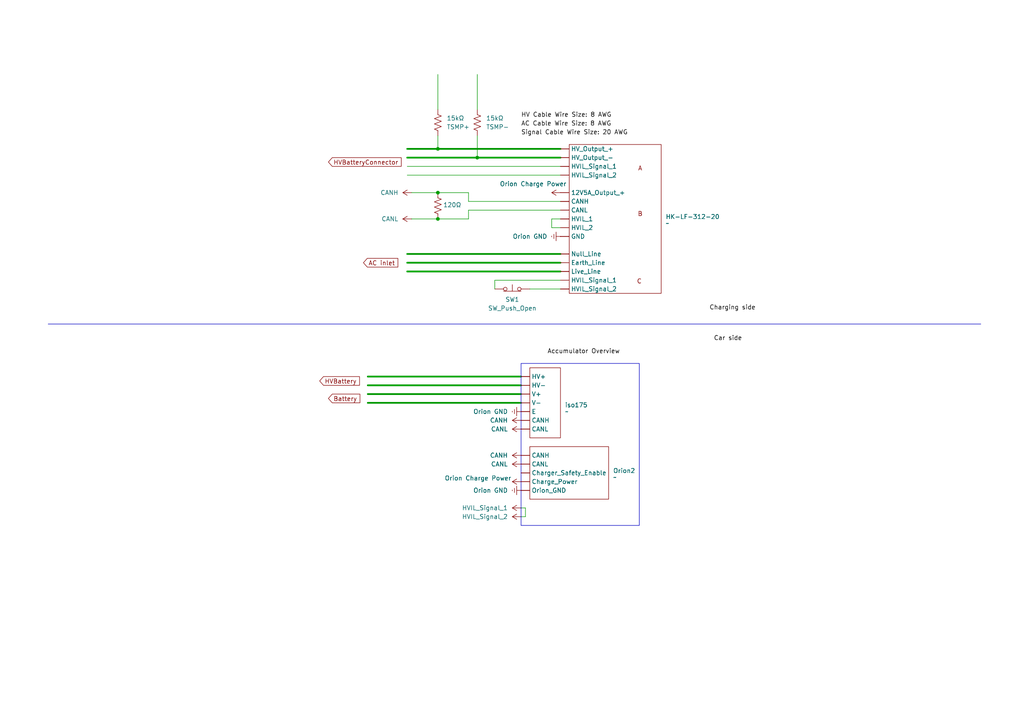
<source format=kicad_sch>
(kicad_sch (version 20231120) (generator "eeschema") (generator_version "8.0")
  (paper "A4")
  (lib_symbols
    (symbol "Charging Tractive System:HK-LF-540-12"
      (property "Reference" "HK-LF-540-12" (at 7.874 2.54 0))
      (symbol "HK-LF-540-12_0_1"
        (rectangle (start 0 0) (end 26.67 -43.18))
      )
      (symbol "HK-LF-540-12_1_1"
        (text "A\n" (at 20.574 -6.858 0) (effects (font (size 1.27 1.27))))
        (text "B" (at 20.574 -20.066 0) (effects (font (size 1.27 1.27))))
        (text "C" (at 20.32 -39.624 0) (effects (font (size 1.27 1.27))))
        (pin power_out line (at -2.54 -13.97 0) (length 2.54) (name "12V5A_Output_+") (number ""))
        (pin output line (at -2.54 -16.51 0) (length 2.54) (name "CANH") (number ""))
        (pin output line (at -2.54 -19.05 0) (length 2.54) (name "CANL") (number ""))
        (pin power_in line (at -2.54 -34.29 0) (length 2.54) (name "Earth_Line") (number ""))
        (pin power_out line (at -2.54 -26.67 0) (length 2.54) (name "GND") (number ""))
        (pin output line (at -2.54 -21.59 0) (length 2.54) (name "HVIL_1") (number ""))
        (pin output line (at -2.54 -24.13 0) (length 2.54) (name "HVIL_2") (number ""))
        (pin power_out line (at -2.54 -39.37 0) (length 2.54) (name "HVIL_Signal_1") (number ""))
        (pin power_out line (at -2.54 -6.35 0) (length 2.54) (name "HVIL_Signal_1") (number ""))
        (pin power_out line (at -2.54 -41.91 0) (length 2.54) (name "HVIL_Signal_2") (number ""))
        (pin power_out line (at -2.54 -8.89 0) (length 2.54) (name "HVIL_Signal_2") (number ""))
        (pin power_out line (at -2.54 -1.27 0) (length 2.54) (name "HV_Output_+") (number ""))
        (pin power_out line (at -2.54 -3.81 0) (length 2.54) (name "HV_Output_-") (number ""))
        (pin power_in line (at -2.54 -36.83 0) (length 2.54) (name "Live_Line") (number ""))
        (pin power_in line (at -2.54 -31.75 0) (length 2.54) (name "Null_Line") (number ""))
      )
    )
    (symbol "Charging Tractive System:Orion_2"
      (property "Reference" "Orion2" (at 1.524 2.286 0))
      (symbol "Orion_2_0_1"
        (rectangle (start 0 0) (end 22.86 -15.24))
      )
      (symbol "Orion_2_1_1"
        (pin bidirectional line (at -2.54 -2.54 0) (length 2.54) (name "CANH") (number ""))
        (pin bidirectional line (at -2.54 -5.08 0) (length 2.54) (name "CANL") (number ""))
        (pin power_in line (at -2.54 -10.16 0) (length 2.54) (name "Charge_Power") (number ""))
        (pin output line (at -2.54 -7.62 0) (length 2.54) (name "Charger_Safety_Enable") (number ""))
        (pin power_out line (at -2.54 -12.7 0) (length 2.54) (name "Orion_GND") (number ""))
      )
    )
    (symbol "Charging Tractive System:iso175"
      (property "Reference" "iso175" (at 9.398 2.032 0))
      (symbol "iso175_0_1"
        (rectangle (start 0 0) (end 8.89 -20.32))
      )
      (symbol "iso175_1_1"
        (pin bidirectional line (at -2.54 -15.24 0) (length 2.54) (name "CANH") (number ""))
        (pin bidirectional line (at -2.54 -17.78 0) (length 2.54) (name "CANL") (number ""))
        (pin power_in line (at -2.54 -12.7 0) (length 2.54) (name "E") (number ""))
        (pin power_in line (at -2.54 -2.54 0) (length 2.54) (name "HV+") (number ""))
        (pin power_in line (at -2.54 -5.08 0) (length 2.54) (name "HV-") (number ""))
        (pin power_in line (at -2.54 -7.62 0) (length 2.54) (name "V+") (number ""))
        (pin power_in line (at -2.54 -10.16 0) (length 2.54) (name "V-") (number ""))
      )
    )
    (symbol "Device:R_US" (pin_numbers hide) (pin_names (offset 0))
      (property "Reference" "R" (at 2.54 0 90))
      (property "Value" "R_US" (at -2.54 0 90))
      (symbol "R_US_0_1"
        (polyline (pts (xy 0 -2.286) (xy 0 -2.54)))
        (polyline (pts (xy 0 2.286) (xy 0 2.54)))
        (polyline (pts (xy 0 -0.762) (xy 1.016 -1.143) (xy 0 -1.524) (xy -1.016 -1.905) (xy 0 -2.286)))
        (polyline (pts (xy 0 0.762) (xy 1.016 0.381) (xy 0 0) (xy -1.016 -0.381) (xy 0 -0.762)))
        (polyline (pts (xy 0 2.286) (xy 1.016 1.905) (xy 0 1.524) (xy -1.016 1.143) (xy 0 0.762)))
      )
      (symbol "R_US_1_1"
        (pin passive line (at 0 3.81 270) (length 1.27) (name "~") (number "1"))
        (pin passive line (at 0 -3.81 90) (length 1.27) (name "~") (number "2"))
      )
    )
    (symbol "Switch:SW_Push_Open" (pin_numbers hide) (pin_names (offset 1.016) hide)
      (property "Reference" "SW" (at 0 2.54 0))
      (property "Value" "SW_Push_Open" (at 0 -1.905 0))
      (symbol "SW_Push_Open_0_1"
        (circle (center -2.032 0) (radius 0.508))
        (polyline (pts (xy -2.54 -0.635) (xy 2.54 -0.635)))
        (polyline (pts (xy 0 -0.635) (xy 0 1.27)))
        (circle (center 2.032 0) (radius 0.508))
        (pin passive line (at -5.08 0 0) (length 2.54) (name "A") (number "1"))
      )
      (symbol "SW_Push_Open_1_1"
        (pin passive line (at 5.08 0 180) (length 2.54) (name "B") (number "2"))
      )
    )
    (symbol "power:+9V" (power) (pin_numbers hide) (pin_names (offset 0) hide)
      (property "Value" "+9V" (at 0 3.556 0))
      (symbol "+9V_0_1"
        (polyline (pts (xy -0.762 1.27) (xy 0 2.54)))
        (polyline (pts (xy 0 0) (xy 0 2.54)))
        (polyline (pts (xy 0 2.54) (xy 0.762 1.27)))
      )
      (symbol "+9V_1_1"
        (pin power_in line (at 0 0 90) (length 0) (name "~") (number "1"))
      )
    )
    (symbol "power:GNDREF" (power) (pin_numbers hide) (pin_names (offset 0) hide)
      (property "Value" "GNDREF" (at 0 -3.81 0))
      (symbol "GNDREF_0_1"
        (polyline (pts (xy -0.635 -1.905) (xy 0.635 -1.905)))
        (polyline (pts (xy -0.127 -2.54) (xy 0.127 -2.54)))
        (polyline (pts (xy 0 -1.27) (xy 0 0)))
        (polyline (pts (xy 1.27 -1.27) (xy -1.27 -1.27)))
      )
      (symbol "GNDREF_1_1"
        (pin power_in line (at 0 0 270) (length 0) (name "~") (number "1"))
      )
    )
  )
  (junction (at 127 63.5))
  (junction (at 127 55.88))
  (junction (at 127 43.18))
  (junction (at 138.43 45.72))
  (wire (pts (xy 138.43 21.59) (xy 138.43 31.75)))
  (wire (pts (xy 151.13 147.32) (xy 152.4 147.32)))
  (wire (pts (xy 118.11 45.72) (xy 138.43 45.72)) (stroke (width 0.508)))
  (wire (pts (xy 118.11 50.8) (xy 162.56 50.8)))
  (wire (pts (xy 160.02 66.04) (xy 162.56 66.04)))
  (wire (pts (xy 151.13 149.86) (xy 152.4 149.86)))
  (wire (pts (xy 118.11 48.26) (xy 162.56 48.26)))
  (wire (pts (xy 127 21.59) (xy 127 31.75)))
  (wire (pts (xy 106.68 109.22) (xy 151.13 109.22)) (stroke (width 0.508)))
  (wire (pts (xy 118.11 43.18) (xy 127 43.18)) (stroke (width 0.508)))
  (wire (pts (xy 127 43.18) (xy 162.56 43.18)) (stroke (width 0.508)))
  (wire (pts (xy 138.43 45.72) (xy 162.56 45.72)) (stroke (width 0.508)))
  (wire (pts (xy 135.89 58.42) (xy 162.56 58.42)))
  (wire (pts (xy 162.56 81.28) (xy 143.51 81.28)))
  (wire (pts (xy 106.68 111.76) (xy 151.13 111.76)) (stroke (width 0.508)))
  (wire (pts (xy 119.38 63.5) (xy 127 63.5)))
  (wire (pts (xy 135.89 60.96) (xy 162.56 60.96)))
  (wire (pts (xy 127 39.37) (xy 127 43.18)))
  (wire (pts (xy 127 63.5) (xy 135.89 63.5)))
  (wire (pts (xy 127 55.88) (xy 135.89 55.88)))
  (wire (pts (xy 118.11 78.74) (xy 162.56 78.74)) (stroke (width 0.508)))
  (wire (pts (xy 153.67 83.82) (xy 162.56 83.82)))
  (wire (pts (xy 106.68 114.3) (xy 151.13 114.3)) (stroke (width 0.508)))
  (wire (pts (xy 135.89 55.88) (xy 135.89 58.42)))
  (wire (pts (xy 118.11 76.2) (xy 162.56 76.2)) (stroke (width 0.508)))
  (wire (pts (xy 118.11 73.66) (xy 162.56 73.66)) (stroke (width 0.508)))
  (wire (pts (xy 160.02 63.5) (xy 160.02 66.04)))
  (wire (pts (xy 138.43 39.37) (xy 138.43 45.72)))
  (wire (pts (xy 143.51 81.28) (xy 143.51 83.82)))
  (wire (pts (xy 119.38 55.88) (xy 127 55.88)))
  (wire (pts (xy 162.56 63.5) (xy 160.02 63.5)))
  (polyline (pts (xy 284.48 93.98) (xy 13.97 93.98)))
  (wire (pts (xy 152.4 147.32) (xy 152.4 149.86)))
  (wire (pts (xy 135.89 63.5) (xy 135.89 60.96)))
  (wire (pts (xy 106.68 116.84) (xy 151.13 116.84)) (stroke (width 0.508)))
  (rectangle (start 151.13 105.41) (end 185.42 152.4))
  (label "Signal Cable Wire Size: 20 AWG" (at 151.13 39.37 0))
  (label "HV Cable Wire Size: 8 AWG" (at 151.13 34.29 0))
  (label "Car side" (at 207.01 99.06 0))
  (label "Charging side" (at 205.74 90.17 0))
  (label "AC Cable Wire Size: 8 AWG" (at 151.13 36.83 0))
  (label "Accumulator Overview" (at 158.75 102.87 0))
  (global_label "Battery" (shape input) (at 95.25 115.57 0) (property "Intersheetrefs" "${INTERSHEET_REFS}" (effects (hide yes))))
  (global_label "HVBattery" (shape input) (at 92.71 110.49 0) (property "Intersheetrefs" "${INTERSHEET_REFS}" (effects (hide yes))))
  (global_label "AC inlet" (shape input) (at 105.41 76.2 0) (property "Intersheetrefs" "${INTERSHEET_REFS}" (effects (hide yes))))
  (global_label "HVBatteryConnector" (shape input) (at 95.25 46.99 0) (property "Intersheetrefs" "${INTERSHEET_REFS}" (effects (hide yes))))
  (symbol (lib_id "power:GNDREF") (at 151.13 142.24 270) (unit 1)
    (property "Reference" "#PWR011" (effects (hide yes)))
    (property "Value" "Orion GND" (at 147.32 142.2399 90) (effects (justify right)))
    (property "Description" "Power symbol creates a global label with name \"GNDREF\" , reference supply ground" (effects (hide yes)))
  )
  (symbol (lib_id "power:+9V") (at 151.13 134.62 90) (unit 1)
    (property "Reference" "#PWR09" (effects (hide yes)))
    (property "Value" "CANL" (at 147.32 134.6199 90) (effects (justify left)))
    (property "Description" "Power symbol creates a global label with name \"+9V\"" (effects (hide yes)))
  )
  (symbol (lib_id "power:+9V") (at 119.38 55.88 90) (unit 1)
    (property "Reference" "#PWR03" (effects (hide yes)))
    (property "Value" "CANH" (at 115.57 55.8799 90) (effects (justify left)))
    (property "Description" "Power symbol creates a global label with name \"+9V\"" (effects (hide yes)))
  )
  (symbol (lib_id "power:+9V") (at 162.56 55.88 90) (unit 1)
    (property "Reference" "#PWR06" (effects (hide yes)))
    (property "Value" "Orion Charge Power" (at 164.338 53.34 90) (effects (justify left)))
    (property "Description" "Power symbol creates a global label with name \"+9V\"" (effects (hide yes)))
  )
  (symbol (lib_id "Charging Tractive System:iso175") (at 153.67 106.68 0) (unit 1)
    (property "Reference" "iso175" (at 163.83 117.4749 0) (effects (justify left)))
    (property "Value" "~" (at 163.83 119.38 0) (effects (justify left)))
  )
  (symbol (lib_id "power:GNDREF") (at 162.56 68.58 270) (unit 1)
    (property "Reference" "#PWR05" (effects (hide yes)))
    (property "Value" "Orion GND" (at 158.75 68.5799 90) (effects (justify right)))
    (property "Description" "Power symbol creates a global label with name \"GNDREF\" , reference supply ground" (effects (hide yes)))
  )
  (symbol (lib_id "Device:R_US") (at 138.43 35.56 0) (unit 1)
    (property "Reference" "15kΩ" (at 140.97 34.2899 0) (effects (justify left)))
    (property "Value" "TSMP-" (at 140.97 36.8299 0) (effects (justify left)))
    (property "Description" "Resistor, US symbol" (effects (hide yes)))
  )
  (symbol (lib_id "power:+9V") (at 119.38 63.5 90) (unit 1)
    (property "Reference" "#PWR04" (effects (hide yes)))
    (property "Value" "CANL" (at 115.57 63.4999 90) (effects (justify left)))
    (property "Description" "Power symbol creates a global label with name \"+9V\"" (effects (hide yes)))
  )
  (symbol (lib_id "power:GNDREF") (at 151.13 119.38 270) (unit 1)
    (property "Reference" "#PWR01" (effects (hide yes)))
    (property "Value" "Orion GND" (at 147.32 119.3799 90) (effects (justify right)))
    (property "Description" "Power symbol creates a global label with name \"GNDREF\" , reference supply ground" (effects (hide yes)))
  )
  (symbol (lib_id "Charging Tractive System:Orion_2") (at 153.67 129.54 0) (unit 1)
    (property "Reference" "Orion2" (at 177.8 136.5249 0) (effects (justify left)))
    (property "Value" "~" (at 177.8 138.43 0) (effects (justify left)))
  )
  (symbol (lib_id "power:+9V") (at 151.13 149.86 90) (unit 1)
    (property "Reference" "#PWR013" (effects (hide yes)))
    (property "Value" "HVIL_Signal_2" (at 147.32 149.8599 90) (effects (justify left)))
    (property "Description" "Power symbol creates a global label with name \"+9V\"" (effects (hide yes)))
  )
  (symbol (lib_id "power:+9V") (at 151.13 147.32 90) (unit 1)
    (property "Reference" "#PWR012" (effects (hide yes)))
    (property "Value" "HVIL_Signal_1" (at 147.32 147.3199 90) (effects (justify left)))
    (property "Description" "Power symbol creates a global label with name \"+9V\"" (effects (hide yes)))
  )
  (symbol (lib_id "Device:R_US") (at 127 59.69 0) (unit 1)
    (property "Reference" "120Ω" (at 128.524 59.436 0) (effects (justify left)))
    (property "Value" "R_US" (effects (hide yes)))
    (property "Description" "Resistor, US symbol" (effects (hide yes)))
  )
  (symbol (lib_id "Charging Tractive System:HK-LF-540-12") (at 165.1 41.91 0) (unit 1)
    (property "Reference" "HK-LF-312-20" (at 193.04 62.8649 0) (effects (justify left)))
    (property "Value" "~" (at 193.04 64.77 0) (effects (justify left)))
  )
  (symbol (lib_id "Switch:SW_Push_Open") (at 148.59 83.82 0) (unit 1)
    (property "Reference" "SW1" (at 148.59 86.868 0))
    (property "Value" "SW_Push_Open" (at 148.59 89.408 0))
    (property "Description" "Push button switch, push-to-open, generic, two pins" (effects (hide yes)))
  )
  (symbol (lib_id "power:+9V") (at 151.13 139.7 90) (unit 1)
    (property "Reference" "#PWR010" (effects (hide yes)))
    (property "Value" "Orion Charge Power" (at 148.336 138.684 90) (effects (justify left)))
    (property "Description" "Power symbol creates a global label with name \"+9V\"" (effects (hide yes)))
  )
  (symbol (lib_id "power:+9V") (at 151.13 132.08 90) (unit 1)
    (property "Reference" "#PWR08" (effects (hide yes)))
    (property "Value" "CANH" (at 147.32 132.0799 90) (effects (justify left)))
    (property "Description" "Power symbol creates a global label with name \"+9V\"" (effects (hide yes)))
  )
  (symbol (lib_id "power:+9V") (at 151.13 121.92 90) (unit 1)
    (property "Reference" "#PWR02" (effects (hide yes)))
    (property "Value" "CANH" (at 147.32 121.9199 90) (effects (justify left)))
    (property "Description" "Power symbol creates a global label with name \"+9V\"" (effects (hide yes)))
  )
  (symbol (lib_id "power:+9V") (at 151.13 124.46 90) (unit 1)
    (property "Reference" "#PWR07" (effects (hide yes)))
    (property "Value" "CANL" (at 147.32 124.4599 90) (effects (justify left)))
    (property "Description" "Power symbol creates a global label with name \"+9V\"" (effects (hide yes)))
  )
  (symbol (lib_id "Device:R_US") (at 127 35.56 0) (unit 1)
    (property "Reference" "15kΩ" (at 129.54 34.2899 0) (effects (justify left)))
    (property "Value" "TSMP+" (at 129.54 36.8299 0) (effects (justify left)))
    (property "Description" "Resistor, US symbol" (effects (hide yes)))
  )
)
</source>
